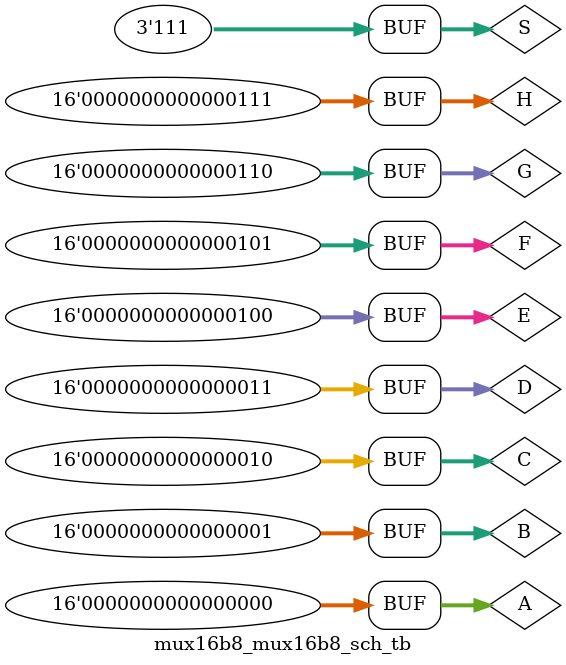
<source format=v>

`timescale 1ns / 1ps

module mux16b8_mux16b8_sch_tb();

// Inputs
   reg [15:0] A;
   reg [15:0] B;
   reg [15:0] C;
   reg [15:0] D;
   reg [15:0] E;
   reg [15:0] F;
   reg [15:0] G;
   reg [15:0] H;
   reg [2:0] S;

// Output
   wire [15:0] O;

// Bidirs

// Instantiate the UUT
   mux16b8 UUT (
		.A(A), 
		.B(B), 
		.C(C), 
		.D(D), 
		.E(E), 
		.F(F), 
		.G(G), 
		.H(H), 
		.S(S), 
		.O(O)
   );
// Initialize Inputs
	initial begin
		A = 16'b0;
		B = 16'b1;
		C = 16'b10;
		D = 16'b11;
		E = 16'b100;
		F = 16'b101;
		G = 16'b110;
		H = 16'b111;
		S = 0;
		#100;
		S = 1;
		#20;
		S = 2;
		#20;
		S = 3;
		#20;
		S = 4;
		#20;
		S = 5;
		#20;
		S = 6;
		#20;
		S = 7;
		#20;
   end
endmodule

</source>
